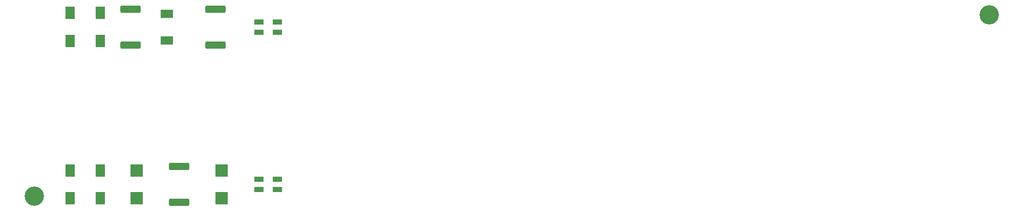
<source format=gbr>
%TF.GenerationSoftware,KiCad,Pcbnew,8.0.3*%
%TF.CreationDate,2024-08-03T11:38:59-05:00*%
%TF.ProjectId,1024 Capacitor Discharger,31303234-2043-4617-9061-6369746f7220,rev?*%
%TF.SameCoordinates,PX4153a20PY6dac2c0*%
%TF.FileFunction,Paste,Top*%
%TF.FilePolarity,Positive*%
%FSLAX46Y46*%
G04 Gerber Fmt 4.6, Leading zero omitted, Abs format (unit mm)*
G04 Created by KiCad (PCBNEW 8.0.3) date 2024-08-03 11:38:59*
%MOMM*%
%LPD*%
G01*
G04 APERTURE LIST*
G04 Aperture macros list*
%AMRoundRect*
0 Rectangle with rounded corners*
0 $1 Rounding radius*
0 $2 $3 $4 $5 $6 $7 $8 $9 X,Y pos of 4 corners*
0 Add a 4 corners polygon primitive as box body*
4,1,4,$2,$3,$4,$5,$6,$7,$8,$9,$2,$3,0*
0 Add four circle primitives for the rounded corners*
1,1,$1+$1,$2,$3*
1,1,$1+$1,$4,$5*
1,1,$1+$1,$6,$7*
1,1,$1+$1,$8,$9*
0 Add four rect primitives between the rounded corners*
20,1,$1+$1,$2,$3,$4,$5,0*
20,1,$1+$1,$4,$5,$6,$7,0*
20,1,$1+$1,$6,$7,$8,$9,0*
20,1,$1+$1,$8,$9,$2,$3,0*%
G04 Aperture macros list end*
%ADD10RoundRect,0.090000X-0.660000X0.360000X-0.660000X-0.360000X0.660000X-0.360000X0.660000X0.360000X0*%
%ADD11C,3.200000*%
%ADD12R,1.550000X2.055000*%
%ADD13R,2.150000X2.055000*%
%ADD14R,2.100000X1.400000*%
%ADD15RoundRect,0.250000X1.425000X-0.362500X1.425000X0.362500X-1.425000X0.362500X-1.425000X-0.362500X0*%
%ADD16RoundRect,0.250000X-1.425000X0.362500X-1.425000X-0.362500X1.425000X-0.362500X1.425000X0.362500X0*%
G04 APERTURE END LIST*
D10*
%TO.C,D7*%
X51700000Y7850000D03*
X54800000Y7850000D03*
X54800000Y6150000D03*
X51700000Y6150000D03*
%TD*%
D11*
%TO.C,H2*%
X14500000Y5000000D03*
%TD*%
%TO.C,H3*%
X172500000Y35000000D03*
%TD*%
D12*
%TO.C,D2*%
X20500000Y9297500D03*
X20500000Y4702500D03*
%TD*%
D13*
%TO.C,D5*%
X31500000Y9297500D03*
X31500000Y4702500D03*
%TD*%
D14*
%TO.C,D9*%
X36500000Y35200000D03*
X36500000Y30800000D03*
%TD*%
D12*
%TO.C,D4*%
X25500000Y35297500D03*
X25500000Y30702500D03*
%TD*%
D15*
%TO.C,R3*%
X44500000Y30037500D03*
X44500000Y35962500D03*
%TD*%
D16*
%TO.C,R1*%
X30500000Y35962500D03*
X30500000Y30037500D03*
%TD*%
%TO.C,R2*%
X38500000Y9962500D03*
X38500000Y4037500D03*
%TD*%
D12*
%TO.C,D1*%
X25500000Y9297500D03*
X25500000Y4702500D03*
%TD*%
D10*
%TO.C,D8*%
X51700000Y33850000D03*
X54800000Y33850000D03*
X54800000Y32150000D03*
X51700000Y32150000D03*
%TD*%
D13*
%TO.C,D6*%
X45500000Y9297500D03*
X45500000Y4702500D03*
%TD*%
D12*
%TO.C,D3*%
X20500000Y35297500D03*
X20500000Y30702500D03*
%TD*%
M02*

</source>
